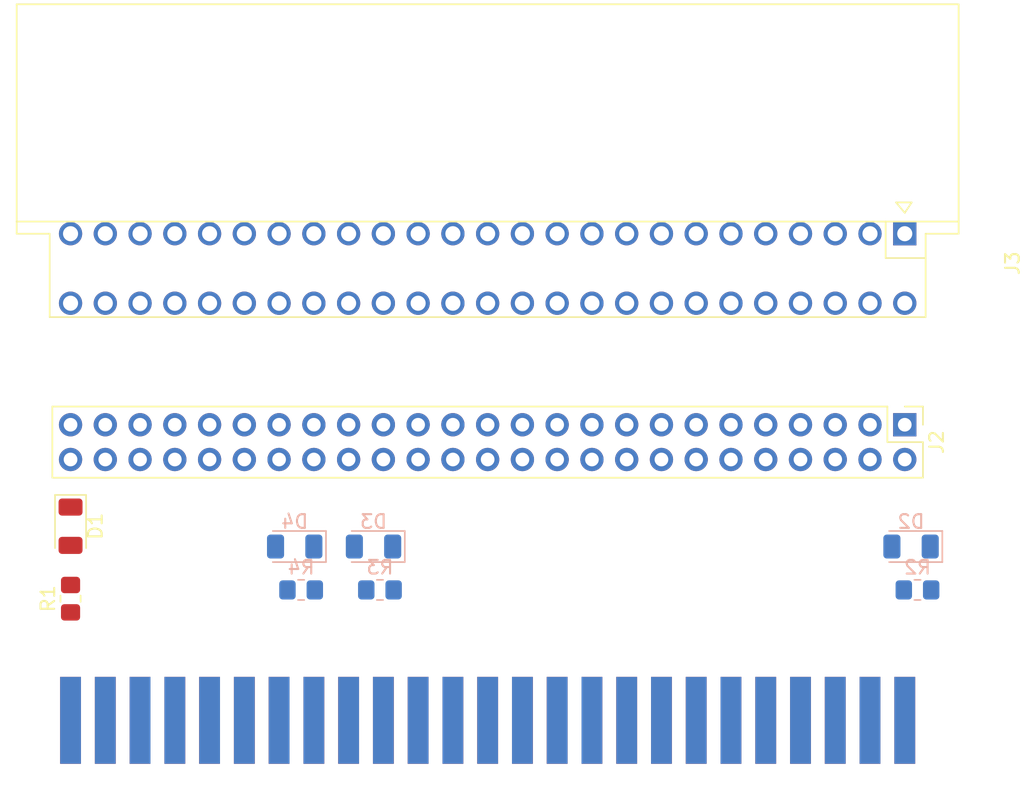
<source format=kicad_pcb>
(kicad_pcb (version 20240108) (generator "pcbnew") (generator_version "8.0")
  (layers (0 "F.Cu" signal) (31 "B.Cu" signal) (34 "B.Paste" user) (35 "F.Paste" user) (36 "B.SilkS" user "B.Silkscreen") (37 "F.SilkS" user "F.Silkscreen") (38 "B.Mask" user) (39 "F.Mask" user) (44 "Edge.Cuts" user))
  (net 0 "")
  (net 1 "GND")
  (net 2 "Net-(D1-A)")
  (net 3 "Net-(D2-A)")
  (net 4 "Net-(D3-A)")
  (net 5 "-5V")
  (net 6 "Net-(D4-A)")
  (net 7 "-12V")
  (net 8 "/BA10")
  (net 9 "+5V")
  (net 10 "/BA15")
  (net 11 "/BA12")
  (net 12 "/BA0")
  (net 13 "/BPH1")
  (net 14 "+12V")
  (net 15 "/BQ3")
  (net 16 "/~{INH}")
  (net 17 "/INTa")
  (net 18 "/BA8")
  (net 19 "/BA2")
  (net 20 "/~{RDY}")
  (net 21 "/~{DEV}")
  (net 22 "/BA11")
  (net 23 "/BA9")
  (net 24 "/BA4")
  (net 25 "/RW")
  (net 26 "/~{NMI}")
  (net 27 "/BA1")
  (net 28 "/DMA1b")
  (net 29 "/~{IOSEL}")
  (net 30 "/DMA1a")
  (net 31 "/SDBUS2")
  (net 32 "/~{DMA}")
  (net 33 "/SDBUS1")
  (net 35 "/SDBUS6")
  (net 36 "/SDBUS3")
  (net 37 "/SYNC_6502")
  (net 38 "/~{IRQ}")
  (net 39 "/SDBUS0")
  (net 40 "/SDBUS4")
  (net 41 "/B7M")
  (net 42 "/BA7")
  (net 43 "/INTb")
  (net 44 "/BA3")
  (net 45 "/M2BADD_(NC)")
  (net 46 "/BA14")
  (net 47 "/SDBUS7")
  (net 48 "/~{IOSTRB}")
  (net 49 "/BA6")
  (net 50 "/BA13")
  (net 51 "/BPH0")
  (net 52 "/SDBUS5")
  (net 53 "/BA5")
  (net 54 "/~{RESET}")
  (footprint "Resistor_SMD:R_0805_2012Metric_Pad1.20x1.40mm_HandSolder" (layer "F.Cu") (at 154.94 118.11 90)
    (property "Reference" "R1" (at 0 -1.65 270) (layer "F.SilkS"))
    (property "Value" "4k7")
    (fp_line (start -0.227064 -0.735) (end 0.227064 -0.735) (stroke (width 0.12)) (layer "F.SilkS"))
    (fp_line (start -0.227064 0.735) (end 0.227064 0.735) (stroke (width 0.12)) (layer "F.SilkS"))
    (pad "1" smd roundrect (at -1 0 90) (size 1.2 1.4) (layers "F.Cu" "F.Paste" "F.Mask") (roundrect_rratio 0.208333) (net 9 "+5V"))
    (pad "2" smd roundrect (at 1 0 90) (size 1.2 1.4) (layers "F.Cu" "F.Paste" "F.Mask") (roundrect_rratio 0.208333) (net 2 "Net-(D1-A)"))
  )
  (footprint "LED_SMD:LED_1206_3216Metric" (layer "F.Cu") (at 154.94 112.816 -90)
    (property "Reference" "D1" (at 0 -1.82 90) (layer "F.SilkS"))
    (property "Value" "D_1206")
    (fp_line (start -2.285 1.135) (end 1.6 1.135) (stroke (width 0.12)) (layer "F.SilkS"))
    (fp_line (start -2.285 -1.135) (end -2.285 1.135) (stroke (width 0.12)) (layer "F.SilkS"))
    (fp_line (start 1.6 -1.135) (end -2.285 -1.135) (stroke (width 0.12)) (layer "F.SilkS"))
    (pad "1" smd roundrect (at -1.4 0 270) (size 1.25 1.75) (layers "F.Cu" "F.Paste" "F.Mask") (roundrect_rratio 0.2) (net 1 "GND"))
    (pad "2" smd roundrect (at 1.4 0 270) (size 1.25 1.75) (layers "F.Cu" "F.Paste" "F.Mask") (roundrect_rratio 0.2) (net 2 "Net-(D1-A)"))
  )
  (footprint "My Libraries:AppleIIBus" (layer "F.Cu") (at 185.42 127 180)
    (property "Reference" "J1" (hide yes))
    (property "Value" "Card Edge")
    (pad "1" smd rect (at -30.48 0 180) (size 1.524 6.35) (layers "F.Cu" "F.Mask") (net 29 "/~{IOSEL}") (clearance 0.254))
    (pad "2" smd rect (at -27.94 0 180) (size 1.524 6.35) (layers "F.Cu" "F.Mask") (net 12 "/BA0") (clearance 0.254))
    (pad "3" smd rect (at -25.4 0 180) (size 1.524 6.35) (layers "F.Cu" "F.Mask") (net 27 "/BA1") (clearance 0.254))
    (pad "4" smd rect (at -22.86 0 180) (size 1.524 6.35) (layers "F.Cu" "F.Mask") (net 19 "/BA2") (clearance 0.254))
    (pad "5" smd rect (at -20.32 0 180) (size 1.524 6.35) (layers "F.Cu" "F.Mask") (net 44 "/BA3") (clearance 0.254))
    (pad "6" smd rect (at -17.78 0 180) (size 1.524 6.35) (layers "F.Cu" "F.Mask") (net 24 "/BA4") (clearance 0.254))
    (pad "7" smd rect (at -15.24 0 180) (size 1.524 6.35) (layers "F.Cu" "F.Mask") (net 53 "/BA5") (clearance 0.254))
    (pad "8" smd rect (at -12.7 0 180) (size 1.524 6.35) (layers "F.Cu" "F.Mask") (net 49 "/BA6") (clearance 0.254))
    (pad "9" smd rect (at -10.16 0 180) (size 1.524 6.35) (layers "F.Cu" "F.Mask") (net 42 "/BA7") (clearance 0.254))
    (pad "10" smd rect (at -7.62 0 180) (size 1.524 6.35) (layers "F.Cu" "F.Mask") (net 18 "/BA8") (clearance 0.254))
    (pad "11" smd rect (at -5.08 0 180) (size 1.524 6.35) (layers "F.Cu" "F.Mask") (net 23 "/BA9") (clearance 0.254))
    (pad "12" smd rect (at -2.54 0 180) (size 1.524 6.35) (layers "F.Cu" "F.Mask") (net 8 "/BA10") (clearance 0.254))
    (pad "13" smd rect (at 0 0 180) (size 1.524 6.35) (layers "F.Cu" "F.Mask") (net 22 "/BA11") (clearance 0.254))
    (pad "14" smd rect (at 2.54 0 180) (size 1.524 6.35) (layers "F.Cu" "F.Mask") (net 11 "/BA12") (clearance 0.254))
    (pad "15" smd rect (at 5.08 0 180) (size 1.524 6.35) (layers "F.Cu" "F.Mask") (net 50 "/BA13") (clearance 0.254))
    (pad "16" smd rect (at 7.62 0 180) (size 1.524 6.35) (layers "F.Cu" "F.Mask") (net 46 "/BA14") (clearance 0.254))
    (pad "17" smd rect (at 10.16 0 180) (size 1.524 6.35) (layers "F.Cu" "F.Mask") (net 10 "/BA15") (clearance 0.254))
    (pad "18" smd rect (at 12.7 0 180) (size 1.524 6.35) (layers "F.Cu" "F.Mask") (net 25 "/RW") (clearance 0.254))
    (pad "19" smd rect (at 15.24 0 180) (size 1.524 6.35) (layers "F.Cu" "F.Mask") (clearance 0.254))
    (pad "20" smd rect (at 17.78 0 180) (size 1.524 6.35) (layers "F.Cu" "F.Mask") (net 48 "/~{IOSTRB}") (clearance 0.254))
    (pad "21" smd rect (at 20.32 0 180) (size 1.524 6.35) (layers "F.Cu" "F.Mask") (net 20 "/~{RDY}") (clearance 0.254))
    (pad "22" smd rect (at 22.86 0 180) (size 1.524 6.35) (layers "F.Cu" "F.Mask") (net 32 "/~{DMA}") (clearance 0.254))
    (pad "23" smd rect (at 25.4 0 180) (size 1.524 6.35) (layers "F.Cu" "F.Mask") (net 43 "/INTb") (clearance 0.254))
    (pad "24" smd rect (at 27.94 0 180) (size 1.524 6.35) (layers "F.Cu" "F.Mask") (net 28 "/DMA1b") (clearance 0.254))
    (pad "25" smd rect (at 30.48 0 180) (size 1.524 6.35) (layers "F.Cu" "F.Mask") (net 9 "+5V") (clearance 0.254))
    (pad "26" smd rect (at 30.48 0 180) (size 1.524 6.35) (layers "B.Cu" "B.Mask") (net 1 "GND") (clearance 0.254))
    (pad "27" smd rect (at 27.94 0 180) (size 1.524 6.35) (layers "B.Cu" "B.Mask") (net 30 "/DMA1a") (clearance 0.254))
    (pad "28" smd rect (at 25.4 0 180) (size 1.524 6.35) (layers "B.Cu" "B.Mask") (net 17 "/INTa") (clearance 0.254))
    (pad "29" smd rect (at 22.86 0 180) (size 1.524 6.35) (layers "B.Cu" "B.Mask") (net 26 "/~{NMI}") (clearance 0.254))
    (pad "30" smd rect (at 20.32 0 180) (size 1.524 6.35) (layers "B.Cu" "B.Mask") (net 38 "/~{IRQ}") (clearance 0.254))
    (pad "31" smd rect (at 17.78 0 180) (size 1.524 6.35) (layers "B.Cu" "B.Mask") (net 54 "/~{RESET}") (clearance 0.254))
    (pad "32" smd rect (at 15.24 0 180) (size 1.524 6.35) (layers "B.Cu" "B.Mask") (net 16 "/~{INH}") (clearance 0.254))
    (pad "33" smd rect (at 12.7 0 180) (size 1.524 6.35) (layers "B.Cu" "B.Mask") (net 7 "-12V") (clearance 0.254))
    (pad "34" smd rect (at 10.16 0 180) (size 1.524 6.35) (layers "B.Cu" "B.Mask") (net 5 "-5V") (clearance 0.254))
    (pad "35" smd rect (at 7.62 0 180) (size 1.524 6.35) (layers "B.Cu" "B.Mask") (net 45 "/M2BADD_(NC)") (clearance 0.254))
    (pad "36" smd rect (at 5.08 0 180) (size 1.524 6.35) (layers "B.Cu" "B.Mask") (net 41 "/B7M") (clearance 0.254))
    (pad "37" smd rect (at 2.54 0 180) (size 1.524 6.35) (layers "B.Cu" "B.Mask") (net 15 "/BQ3") (clearance 0.254))
    (pad "38" smd rect (at 0 0 180) (size 1.524 6.35) (layers "B.Cu" "B.Mask") (net 13 "/BPH1") (clearance 0.254))
    (pad "39" smd rect (at -2.54 0 180) (size 1.524 6.35) (layers "B.Cu" "B.Mask") (net 37 "/SYNC_6502") (clearance 0.254))
    (pad "40" smd rect (at -5.08 0 180) (size 1.524 6.35) (layers "B.Cu" "B.Mask") (net 51 "/BPH0") (clearance 0.254))
    (pad "41" smd rect (at -7.62 0 180) (size 1.524 6.35) (layers "B.Cu" "B.Mask") (net 21 "/~{DEV}") (clearance 0.254))
    (pad "42" smd rect (at -10.16 0 180) (size 1.524 6.35) (layers "B.Cu" "B.Mask") (net 47 "/SDBUS7") (clearance 0.254))
    (pad "43" smd rect (at -12.7 0 180) (size 1.524 6.35) (layers "B.Cu" "B.Mask") (net 35 "/SDBUS6") (clearance 0.254))
    (pad "44" smd rect (at -15.24 0 180) (size 1.524 6.35) (layers "B.Cu" "B.Mask") (net 52 "/SDBUS5") (clearance 0.254))
    (pad "45" smd rect (at -17.78 0 180) (size 1.524 6.35) (layers "B.Cu" "B.Mask") (net 40 "/SDBUS4") (clearance 0.254))
    (pad "46" smd rect (at -20.32 0 180) (size 1.524 6.35) (layers "B.Cu" "B.Mask") (net 36 "/SDBUS3") (clearance 0.254))
    (pad "47" smd rect (at -22.86 0 180) (size 1.524 6.35) (layers "B.Cu" "B.Mask") (net 31 "/SDBUS2") (clearance 0.254))
    (pad "48" smd rect (at -25.4 0 180) (size 1.524 6.35) (layers "B.Cu" "B.Mask") (net 33 "/SDBUS1") (clearance 0.254))
    (pad "49" smd rect (at -27.94 0 180) (size 1.524 6.35) (layers "B.Cu" "B.Mask") (net 39 "/SDBUS0") (clearance 0.254))
    (pad "50" smd rect (at -30.48 0 180) (size 1.524 6.35) (layers "B.Cu" "B.Mask") (net 14 "+12V") (clearance 0.254))
  )
  (footprint "Connector_PinHeader_2.54mm:PinHeader_2x25_P2.54mm_Vertical" (layer "F.Cu") (at 215.9 105.4 -90)
    (property "Reference" "J2" (at 1.27 -2.33 90) (layer "F.SilkS"))
    (property "Value" "Debug Header")
    (fp_line (start -1.33 62.29) (end 3.87 62.29) (stroke (width 0.12)) (layer "F.SilkS"))
    (fp_line (start -1.33 1.27) (end -1.33 62.29) (stroke (width 0.12)) (layer "F.SilkS"))
    (fp_line (start -1.33 1.27) (end 1.27 1.27) (stroke (width 0.12)) (layer "F.SilkS"))
    (fp_line (start 1.27 1.27) (end 1.27 -1.33) (stroke (width 0.12)) (layer "F.SilkS"))
    (fp_line (start -1.33 0) (end -1.33 -1.33) (stroke (width 0.12)) (layer "F.SilkS"))
    (fp_line (start -1.33 -1.33) (end 0 -1.33) (stroke (width 0.12)) (layer "F.SilkS"))
    (fp_line (start 1.27 -1.33) (end 3.87 -1.33) (stroke (width 0.12)) (layer "F.SilkS"))
    (fp_line (start 3.87 -1.33) (end 3.87 62.29) (stroke (width 0.12)) (layer "F.SilkS"))
    (pad "1" thru_hole rect (at 0 0 270) (size 1.7 1.7) (drill 1) (layers "*.Cu" "*.Mask") (net 29 "/~{IOSEL}"))
    (pad "2" thru_hole oval (at 0 2.54 270) (size 1.7 1.7) (drill 1) (layers "*.Cu" "*.Mask") (net 12 "/BA0"))
    (pad "3" thru_hole oval (at 0 5.08 270) (size 1.7 1.7) (drill 1) (layers "*.Cu" "*.Mask") (net 27 "/BA1"))
    (pad "4" thru_hole oval (at 0 7.62 270) (size 1.7 1.7) (drill 1) (layers "*.Cu" "*.Mask") (net 19 "/BA2"))
    (pad "5" thru_hole oval (at 0 10.16 270) (size 1.7 1.7) (drill 1) (layers "*.Cu" "*.Mask") (net 44 "/BA3"))
    (pad "6" thru_hole oval (at 0 12.7 270) (size 1.7 1.7) (drill 1) (layers "*.Cu" "*.Mask") (net 24 "/BA4"))
    (pad "7" thru_hole oval (at 0 15.24 270) (size 1.7 1.7) (drill 1) (layers "*.Cu" "*.Mask") (net 53 "/BA5"))
    (pad "8" thru_hole oval (at 0 17.78 270) (size 1.7 1.7) (drill 1) (layers "*.Cu" "*.Mask") (net 49 "/BA6"))
    (pad "9" thru_hole oval (at 0 20.32 270) (size 1.7 1.7) (drill 1) (layers "*.Cu" "*.Mask") (net 42 "/BA7"))
    (pad "10" thru_hole oval (at 0 22.86 270) (size 1.7 1.7) (drill 1) (layers "*.Cu" "*.Mask") (net 18 "/BA8"))
    (pad "11" thru_hole oval (at 0 25.4 270) (size 1.7 1.7) (drill 1) (layers "*.Cu" "*.Mask") (net 23 "/BA9"))
    (pad "12" thru_hole oval (at 0 27.94 270) (size 1.7 1.7) (drill 1) (layers "*.Cu" "*.Mask") (net 8 "/BA10"))
    (pad "13" thru_hole oval (at 0 30.48 270) (size 1.7 1.7) (drill 1) (layers "*.Cu" "*.Mask") (net 22 "/BA11"))
    (pad "14" thru_hole oval (at 0 33.02 270) (size 1.7 1.7) (drill 1) (layers "*.Cu" "*.Mask") (net 11 "/BA12"))
    (pad "15" thru_hole oval (at 0 35.56 270) (size 1.7 1.7) (drill 1) (layers "*.Cu" "*.Mask") (net 50 "/BA13"))
    (pad "16" thru_hole oval (at 0 38.1 270) (size 1.7 1.7) (drill 1) (layers "*.Cu" "*.Mask") (net 46 "/BA14"))
    (pad "17" thru_hole oval (at 0 40.64 270) (size 1.7 1.7) (drill 1) (layers "*.Cu" "*.Mask") (net 10 "/BA15"))
    (pad "18" thru_hole oval (at 0 43.18 270) (size 1.7 1.7) (drill 1) (layers "*.Cu" "*.Mask") (net 25 "/RW"))
    (pad "19" thru_hole oval (at 0 45.72 270) (size 1.7 1.7) (drill 1) (layers "*.Cu" "*.Mask"))
    (pad "20" thru_hole oval (at 0 48.26 270) (size 1.7 1.7) (drill 1) (layers "*.Cu" "*.Mask") (net 48 "/~{IOSTRB}"))
    (pad "21" thru_hole oval (at 0 50.8 270) (size 1.7 1.7) (drill 1) (layers "*.Cu" "*.Mask") (net 20 "/~{RDY}"))
    (pad "22" thru_hole oval (at 0 53.34 270) (size 1.7 1.7) (drill 1) (layers "*.Cu" "*.Mask") (net 32 "/~{DMA}"))
    (pad "23" thru_hole oval (at 0 55.88 270) (size 1.7 1.7) (drill 1) (layers "*.Cu" "*.Mask") (net 43 "/INTb"))
    (pad "24" thru_hole oval (at 0 58.42 270) (size 1.7 1.7) (drill 1) (layers "*.Cu" "*.Mask") (net 28 "/DMA1b"))
    (pad "25" thru_hole oval (at 0 60.96 270) (size 1.7 1.7) (drill 1) (layers "*.Cu" "*.Mask") (net 9 "+5V"))
    (pad "26" thru_hole oval (at 2.54 60.96 270) (size 1.7 1.7) (drill 1) (layers "*.Cu" "*.Mask") (net 1 "GND"))
    (pad "27" thru_hole oval (at 2.54 58.42 270) (size 1.7 1.7) (drill 1) (layers "*.Cu" "*.Mask") (net 30 "/DMA1a"))
    (pad "28" thru_hole oval (at 2.54 55.88 270) (size 1.7 1.7) (drill 1) (layers "*.Cu" "*.Mask") (net 17 "/INTa"))
    (pad "29" thru_hole oval (at 2.54 53.34 270) (size 1.7 1.7) (drill 1) (layers "*.Cu" "*.Mask") (net 26 "/~{NMI}"))
    (pad "30" thru_hole oval (at 2.54 50.8 270) (size 1.7 1.7) (drill 1) (layers "*.Cu" "*.Mask") (net 38 "/~{IRQ}"))
    (pad "31" thru_hole oval (at 2.54 48.26 270) (size 1.7 1.7) (drill 1) (layers "*.Cu" "*.Mask") (net 54 "/~{RESET}"))
    (pad "32" thru_hole oval (at 2.54 45.72 270) (size 1.7 1.7) (drill 1) (layers "*.Cu" "*.Mask") (net 16 "/~{INH}"))
    (pad "33" thru_hole oval (at 2.54 43.18 270) (size 1.7 1.7) (drill 1) (layers "*.Cu" "*.Mask") (net 7 "-12V"))
    (pad "34" thru_hole oval (at 2.54 40.64 270) (size 1.7 1.7) (drill 1) (layers "*.Cu" "*.Mask") (net 5 "-5V"))
    (pad "35" thru_hole oval (at 2.54 38.1 270) (size 1.7 1.7) (drill 1) (layers "*.Cu" "*.Mask") (net 45 "/M2BADD_(NC)"))
    (pad "36" thru_hole oval (at 2.54 35.56 270) (size 1.7 1.7) (drill 1) (layers "*.Cu" "*.Mask") (net 41 "/B7M"))
    (pad "37" thru_hole oval (at 2.54 33.02 270) (size 1.7 1.7) (drill 1) (layers "*.Cu" "*.Mask") (net 15 "/BQ3"))
    (pad "38" thru_hole oval (at 2.54 30.48 270) (size 1.7 1.7) (drill 1) (layers "*.Cu" "*.Mask") (net 13 "/BPH1"))
    (pad "39" thru_hole oval (at 2.54 27.94 270) (size 1.7 1.7) (drill 1) (layers "*.Cu" "*.Mask") (net 37 "/SYNC_6502"))
    (pad "40" thru_hole oval (at 2.54 25.4 270) (size 1.7 1.7) (drill 1) (layers "*.Cu" "*.Mask") (net 51 "/BPH0"))
    (pad "41" thru_hole oval (at 2.54 22.86 270) (size 1.7 1.7) (drill 1) (layers "*.Cu" "*.Mask") (net 21 "/~{DEV}"))
    (pad "42" thru_hole oval (at 2.54 20.32 270) (size 1.7 1.7) (drill 1) (layers "*.Cu" "*.Mask") (net 47 "/SDBUS7"))
    (pad "43" thru_hole oval (at 2.54 17.78 270) (size 1.7 1.7) (drill 1) (layers "*.Cu" "*.Mask") (net 35 "/SDBUS6"))
    (pad "44" thru_hole oval (at 2.54 15.24 270) (size 1.7 1.7) (drill 1) (layers "*.Cu" "*.Mask") (net 52 "/SDBUS5"))
    (pad "45" thru_hole oval (at 2.54 12.7 270) (size 1.7 1.7) (drill 1) (layers "*.Cu" "*.Mask") (net 40 "/SDBUS4"))
    (pad "46" thru_hole oval (at 2.54 10.16 270) (size 1.7 1.7) (drill 1) (layers "*.Cu" "*.Mask") (net 36 "/SDBUS3"))
    (pad "47" thru_hole oval (at 2.54 7.62 270) (size 1.7 1.7) (drill 1) (layers "*.Cu" "*.Mask") (net 31 "/SDBUS2"))
    (pad "48" thru_hole oval (at 2.54 5.08 270) (size 1.7 1.7) (drill 1) (layers "*.Cu" "*.Mask") (net 33 "/SDBUS1"))
    (pad "49" thru_hole oval (at 2.54 2.54 270) (size 1.7 1.7) (drill 1) (layers "*.Cu" "*.Mask") (net 39 "/SDBUS0"))
    (pad "50" thru_hole oval (at 2.54 0 270) (size 1.7 1.7) (drill 1) (layers "*.Cu" "*.Mask") (net 14 "+12V"))
  )
  (footprint "My Libraries:Amp_2358256-4_50pos_right_angle_card" (layer "F.Cu") (at 218.694 94.488 -90)
    (property "Reference" "J3" (at -0.889 -5.08 90) (layer "F.SilkS"))
    (property "Value" "Sockety Socket Sock")
    (fp_line (start -19.812 67.691) (end -19.812 -1.143) (stroke (width 0.12)) (layer "F.SilkS"))
    (fp_line (start -3.937 67.691) (end -19.812 67.691) (stroke (width 0.12)) (layer "F.SilkS"))
    (fp_line (start -3.048 67.691) (end -3.937 67.691) (stroke (width 0.12)) (layer "F.SilkS"))
    (fp_line (start -3.048 65.278) (end -3.048 67.691) (stroke (width 0.12)) (layer "F.SilkS"))
    (fp_line (start -3.048 65.278) (end 3.048 65.278) (stroke (width 0.12)) (layer "F.SilkS"))
    (fp_line (start -3.937 4.191) (end -1.27 4.191) (stroke (width 0.12)) (layer "F.SilkS"))
    (fp_line (start -1.27 4.191) (end -1.27 1.27) (stroke (width 0.12)) (layer "F.SilkS"))
    (fp_line (start -5.334 3.429) (end -4.572 2.794) (stroke (width 0.12)) (layer "F.SilkS"))
    (fp_line (start -4.572 2.794) (end -5.334 2.286) (stroke (width 0.12)) (layer "F.SilkS"))
    (fp_line (start -5.334 2.286) (end -5.334 3.429) (stroke (width 0.12)) (layer "F.SilkS"))
    (fp_line (start -3.048 1.27) (end 3.048 1.27) (stroke (width 0.12)) (layer "F.SilkS"))
    (fp_line (start 3.048 1.27) (end 3.048 65.278) (stroke (width 0.12)) (layer "F.SilkS"))
    (fp_line (start -19.812 -1.143) (end -3.937 -1.143) (stroke (width 0.12)) (layer "F.SilkS"))
    (fp_line (start -3.937 -1.143) (end -3.937 67.691) (stroke (width 0.12)) (layer "F.SilkS"))
    (fp_line (start -3.937 -1.143) (end -3.048 -1.143) (stroke (width 0.12)) (layer "F.SilkS"))
    (fp_line (start -3.048 -1.143) (end -3.048 1.27) (stroke (width 0.12)) (layer "F.SilkS"))
    (pad "1" thru_hole rect (at -3.048 2.794 270) (size 1.7 1.7) (drill 1.1) (layers "*.Cu" "*.Mask") (net 29 "/~{IOSEL}"))
    (pad "2" thru_hole circle (at -3.048 5.334 270) (size 1.7 1.7) (drill 1.1) (layers "*.Cu" "*.Mask") (net 12 "/BA0"))
    (pad "3" thru_hole circle (at -3.048 7.874 270) (size 1.7 1.7) (drill 1.1) (layers "*.Cu" "*.Mask") (net 27 "/BA1"))
    (pad "4" thru_hole circle (at -3.048 10.414 270) (size 1.7 1.7) (drill 1.1) (layers "*.Cu" "*.Mask") (net 19 "/BA2"))
    (pad "5" thru_hole circle (at -3.048 12.954 270) (size 1.7 1.7) (drill 1.1) (layers "*.Cu" "*.Mask") (net 44 "/BA3"))
    (pad "6" thru_hole circle (at -3.048 15.494 270) (size 1.7 1.7) (drill 1.1) (layers "*.Cu" "*.Mask") (net 24 "/BA4"))
    (pad "7" thru_hole circle (at -3.048 18.034 270) (size 1.7 1.7) (drill 1.1) (layers "*.Cu" "*.Mask") (net 53 "/BA5"))
    (pad "8" thru_hole circle (at -3.048 20.574 270) (size 1.7 1.7) (drill 1.1) (layers "*.Cu" "*.Mask") (net 49 "/BA6"))
    (pad "9" thru_hole circle (at -3.048 23.114 270) (size 1.7 1.7) (drill 1.1) (layers "*.Cu" "*.Mask") (net 42 "/BA7"))
    (pad "10" thru_hole circle (at -3.048 25.654 270) (size 1.7 1.7) (drill 1.1) (layers "*.Cu" "*.Mask") (net 18 "/BA8"))
    (pad "11" thru_hole circle (at -3.048 28.194 270) (size 1.7 1.7) (drill 1.1) (layers "*.Cu" "*.Mask") (net 23 "/BA9"))
    (pad "12" thru_hole circle (at -3.048 30.734 270) (size 1.7 1.7) (drill 1.1) (layers "*.Cu" "*.Mask") (net 8 "/BA10"))
    (pad "13" thru_hole circle (at -3.048 33.274 270) (size 1.7 1.7) (drill 1.1) (layers "*.Cu" "*.Mask") (net 22 "/BA11"))
    (pad "14" thru_hole circle (at -3.048 35.814 270) (size 1.7 1.7) (drill 1.1) (layers "*.Cu" "*.Mask") (net 11 "/BA12"))
    (pad "15" thru_hole circle (at -3.048 38.354 270) (size 1.7 1.7) (drill 1.1) (layers "*.Cu" "*.Mask") (net 50 "/BA13"))
    (pad "16" thru_hole circle (at -3.048 40.894 270) (size 1.7 1.7) (drill 1.1) (layers "*.Cu" "*.Mask") (net 46 "/BA14"))
    (pad "17" thru_hole circle (at -3.048 43.434 270) (size 1.7 1.7) (drill 1.1) (layers "*.Cu" "*.Mask") (net 10 "/BA15"))
    (pad "18" thru_hole circle (at -3.048 45.974 270) (size 1.7 1.7) (drill 1.1) (layers "*.Cu" "*.Mask") (net 25 "/RW"))
    (pad "19" thru_hole circle (at -3.048 48.514 270) (size 1.7 1.7) (drill 1.1) (layers "*.Cu" "*.Mask"))
    (pad "20" thru_hole circle (at -3.048 51.054 270) (size 1.7 1.7) (drill 1.1) (layers "*.Cu" "*.Mask") (net 48 "/~{IOSTRB}"))
    (pad "21" thru_hole circle (at -3.048 53.594 270) (size 1.7 1.7) (drill 1.1) (layers "*.Cu" "*.Mask") (net 20 "/~{RDY}"))
    (pad "22" thru_hole circle (at -3.048 56.134 270) (size 1.7 1.7) (drill 1.1) (layers "*.Cu" "*.Mask") (net 32 "/~{DMA}"))
    (pad "23" thru_hole circle (at -3.048 58.674 270) (size 1.7 1.7) (drill 1.1) (layers "*.Cu" "*.Mask") (net 43 "/INTb"))
    (pad "24" thru_hole circle (at -3.048 61.214 270) (size 1.7 1.7) (drill 1.1) (layers "*.Cu" "*.Mask") (net 28 "/DMA1b"))
    (pad "25" thru_hole circle (at -3.048 63.754 270) (size 1.7 1.7) (drill 1.1) (layers "*.Cu" "*.Mask") (net 9 "+5V"))
    (pad "26" thru_hole circle (at 2.032 63.754 270) (size 1.7 1.7) (drill 1.1) (layers "*.Cu" "*.Mask") (net 1 "GND"))
    (pad "27" thru_hole circle (at 2.032 61.214 270) (size 1.7 1.7) (drill 1.1) (layers "*.Cu" "*.Mask") (net 30 "/DMA1a"))
    (pad "28" thru_hole circle (at 2.032 58.674 270) (size 1.7 1.7) (drill 1.1) (layers "*.Cu" "*.Mask") (net 17 "/INTa"))
    (pad "29" thru_hole circle (at 2.032 56.134 270) (size 1.7 1.7) (drill 1.1) (layers "*.Cu" "*.Mask") (net 26 "/~{NMI}"))
    (pad "30" thru_hole circle (at 2.032 53.594 270) (size 1.7 1.7) (drill 1.1) (layers "*.Cu" "*.Mask") (net 38 "/~{IRQ}"))
    (pad "31" thru_hole circle (at 2.032 51.054 270) (size 1.7 1.7) (drill 1.1) (layers "*.Cu" "*.Mask") (net 54 "/~{RESET}"))
    (pad "32" thru_hole circle (at 2.032 48.514 270) (size 1.7 1.7) (drill 1.1) (layers "*.Cu" "*.Mask") (net 16 "/~{INH}"))
    (pad "33" thru_hole circle (at 2.032 45.974 270) (size 1.7 1.7) (drill 1.1) (layers "*.Cu" "*.Mask") (net 7 "-12V"))
    (pad "34" thru_hole circle (at 2.032 43.434 270) (size 1.7 1.7) (drill 1.1) (layers "*.Cu" "*.Mask") (net 5 "-5V"))
    (pad "35" thru_hole circle (at 2.032 40.894 270) (size 1.7 1.7) (drill 1.1) (layers "*.Cu" "*.Mask") (net 45 "/M2BADD_(NC)"))
    (pad "36" thru_hole circle (at 2.032 38.354 270) (size 1.7 1.7) (drill 1.1) (layers "*.Cu" "*.Mask") (net 41 "/B7M"))
    (pad "37" thru_hole circle (at 2.032 35.814 270) (size 1.7 1.7) (drill 1.1) (layers "*.Cu" "*.Mask") (net 15 "/BQ3"))
    (pad "38" thru_hole circle (at 2.032 33.274 270) (size 1.7 1.7) (drill 1.1) (layers "*.Cu" "*.Mask") (net 13 "/BPH1"))
    (pad "39" thru_hole circle (at 2.032 30.734 270) (size 1.7 1.7) (drill 1.1) (layers "*.Cu" "*.Mask") (net 37 "/SYNC_6502"))
    (pad "40" thru_hole circle (at 2.032 28.194 270) (size 1.7 1.7) (drill 1.1) (layers "*.Cu" "*.Mask") (net 51 "/BPH0"))
    (pad "41" thru_hole circle (at 2.032 25.654 270) (size 1.7 1.7) (drill 1.1) (layers "*.Cu" "*.Mask") (net 21 "/~{DEV}"))
    (pad "42" thru_hole circle (at 2.032 23.114 270) (size 1.7 1.7) (drill 1.1) (layers "*.Cu" "*.Mask") (net 47 "/SDBUS7"))
    (pad "43" thru_hole circle (at 2.032 20.574 270) (size 1.7 1.7) (drill 1.1) (layers "*.Cu" "*.Mask") (net 35 "/SDBUS6"))
    (pad "44" thru_hole circle (at 2.032 18.034 270) (size 1.7 1.7) (drill 1.1) (layers "*.Cu" "*.Mask") (net 52 "/SDBUS5"))
    (pad "45" thru_hole circle (at 2.032 15.494 270) (size 1.7 1.7) (drill 1.1) (layers "*.Cu" "*.Mask") (net 40 "/SDBUS4"))
    (pad "46" thru_hole circle (at 2.032 12.954 270) (size 1.7 1.7) (drill 1.1) (layers "*.Cu" "*.Mask") (net 36 "/SDBUS3"))
    (pad "47" thru_hole circle (at 2.032 10.414 270) (size 1.7 1.7) (drill 1.1) (layers "*.Cu" "*.Mask") (net 31 "/SDBUS2"))
    (pad "48" thru_hole circle (at 2.032 7.874 270) (size 1.7 1.7) (drill 1.1) (layers "*.Cu" "*.Mask") (net 33 "/SDBUS1"))
    (pad "49" thru_hole circle (at 2.032 5.334 270) (size 1.7 1.7) (drill 1.1) (layers "*.Cu" "*.Mask") (net 39 "/SDBUS0"))
    (pad "50" thru_hole circle (at 2.032 2.794 270) (size 1.7 1.7) (drill 1.1) (layers "*.Cu" "*.Mask") (net 14 "+12V"))
  )
  (footprint "LED_SMD:LED_1206_3216Metric" (layer "B.Cu") (at 177.08 114.3 180)
    (property "Reference" "D3" (at 0 1.82 180) (layer "B.SilkS") (effects (justify mirror)))
    (property "Value" "D_1206")
    (fp_line (start 1.6 -1.135) (end -2.285 -1.135) (stroke (width 0.12)) (layer "B.SilkS"))
    (fp_line (start -2.285 1.135) (end 1.6 1.135) (stroke (width 0.12)) (layer "B.SilkS"))
    (fp_line (start -2.285 -1.135) (end -2.285 1.135) (stroke (width 0.12)) (layer "B.SilkS"))
    (pad "1" smd roundrect (at -1.4 0 180) (size 1.25 1.75) (layers "B.Cu" "B.Paste" "B.Mask") (roundrect_rratio 0.2) (net 5 "-5V"))
    (pad "2" smd roundrect (at 1.4 0 180) (size 1.25 1.75) (layers "B.Cu" "B.Paste" "B.Mask") (roundrect_rratio 0.2) (net 4 "Net-(D3-A)"))
  )
  (footprint "LED_SMD:LED_1206_3216Metric" (layer "B.Cu") (at 171.32 114.3 180)
    (property "Reference" "D4" (at 0 1.82 180) (layer "B.SilkS") (effects (justify mirror)))
    (property "Value" "D_1206")
    (fp_line (start 1.6 -1.135) (end -2.285 -1.135) (stroke (width 0.12)) (layer "B.SilkS"))
    (fp_line (start -2.285 1.135) (end 1.6 1.135) (stroke (width 0.12)) (layer "B.SilkS"))
    (fp_line (start -2.285 -1.135) (end -2.285 1.135) (stroke (width 0.12)) (layer "B.SilkS"))
    (pad "1" smd roundrect (at -1.4 0 180) (size 1.25 1.75) (layers "B.Cu" "B.Paste" "B.Mask") (roundrect_rratio 0.2) (net 7 "-12V"))
    (pad "2" smd roundrect (at 1.4 0 180) (size 1.25 1.75) (layers "B.Cu" "B.Paste" "B.Mask") (roundrect_rratio 0.2) (net 6 "Net-(D4-A)"))
  )
  (footprint "LED_SMD:LED_1206_3216Metric" (layer "B.Cu") (at 216.36 114.3 180)
    (property "Reference" "D2" (at 0 1.82 180) (layer "B.SilkS") (effects (justify mirror)))
    (property "Value" "D_1206")
    (fp_line (start 1.6 -1.135) (end -2.285 -1.135) (stroke (width 0.12)) (layer "B.SilkS"))
    (fp_line (start -2.285 1.135) (end 1.6 1.135) (stroke (width 0.12)) (layer "B.SilkS"))
    (fp_line (start -2.285 -1.135) (end -2.285 1.135) (stroke (width 0.12)) (layer "B.SilkS"))
    (pad "1" smd roundrect (at -1.4 0 180) (size 1.25 1.75) (layers "B.Cu" "B.Paste" "B.Mask") (roundrect_rratio 0.2) (net 1 "GND"))
    (pad "2" smd roundrect (at 1.4 0 180) (size 1.25 1.75) (layers "B.Cu" "B.Paste" "B.Mask") (roundrect_rratio 0.2) (net 3 "Net-(D2-A)"))
  )
  (footprint "Resistor_SMD:R_0805_2012Metric_Pad1.20x1.40mm_HandSolder" (layer "B.Cu") (at 171.79 117.47 180)
    (property "Reference" "R4" (at 0 1.65 180) (layer "B.SilkS") (effects (justify mirror)))
    (property "Value" "4k7")
    (fp_line (start 0.227064 0.735) (end -0.227064 0.735) (stroke (width 0.12)) (layer "B.SilkS"))
    (fp_line (start 0.227064 -0.735) (end -0.227064 -0.735) (stroke (width 0.12)) (layer "B.SilkS"))
    (pad "1" smd roundrect (at -1 0 180) (size 1.2 1.4) (layers "B.Cu" "B.Paste" "B.Mask") (roundrect_rratio 0.208333) (net 6 "Net-(D4-A)"))
    (pad "2" smd roundrect (at 1 0 180) (size 1.2 1.4) (layers "B.Cu" "B.Paste" "B.Mask") (roundrect_rratio 0.208333) (net 1 "GND"))
  )
  (footprint "Resistor_SMD:R_0805_2012Metric_Pad1.20x1.40mm_HandSolder" (layer "B.Cu") (at 177.55 117.47 180)
    (property "Reference" "R3" (at 0 1.65 180) (layer "B.SilkS") (effects (justify mirror)))
    (property "Value" "4k7")
    (fp_line (start 0.227064 0.735) (end -0.227064 0.735) (stroke (width 0.12)) (layer "B.SilkS"))
    (fp_line (start 0.227064 -0.735) (end -0.227064 -0.735) (stroke (width 0.12)) (layer "B.SilkS"))
    (pad "1" smd roundrect (at -1 0 180) (size 1.2 1.4) (layers "B.Cu" "B.Paste" "B.Mask") (roundrect_rratio 0.208333) (net 4 "Net-(D3-A)"))
    (pad "2" smd roundrect (at 1 0 180) (size 1.2 1.4) (layers "B.Cu" "B.Paste" "B.Mask") (roundrect_rratio 0.208333) (net 1 "GND"))
  )
  (footprint "Resistor_SMD:R_0805_2012Metric_Pad1.20x1.40mm_HandSolder" (layer "B.Cu") (at 216.83 117.47 180)
    (property "Reference" "R2" (at 0 1.65 180) (layer "B.SilkS") (effects (justify mirror)))
    (property "Value" "4k7")
    (fp_line (start 0.227064 0.735) (end -0.227064 0.735) (stroke (width 0.12)) (layer "B.SilkS"))
    (fp_line (start 0.227064 -0.735) (end -0.227064 -0.735) (stroke (width 0.12)) (layer "B.SilkS"))
    (pad "1" smd roundrect (at -1 0 180) (size 1.2 1.4) (layers "B.Cu" "B.Paste" "B.Mask") (roundrect_rratio 0.208333) (net 14 "+12V"))
    (pad "2" smd roundrect (at 1 0 180) (size 1.2 1.4) (layers "B.Cu" "B.Paste" "B.Mask") (roundrect_rratio 0.208333) (net 3 "Net-(D2-A)"))
  )
)
</source>
